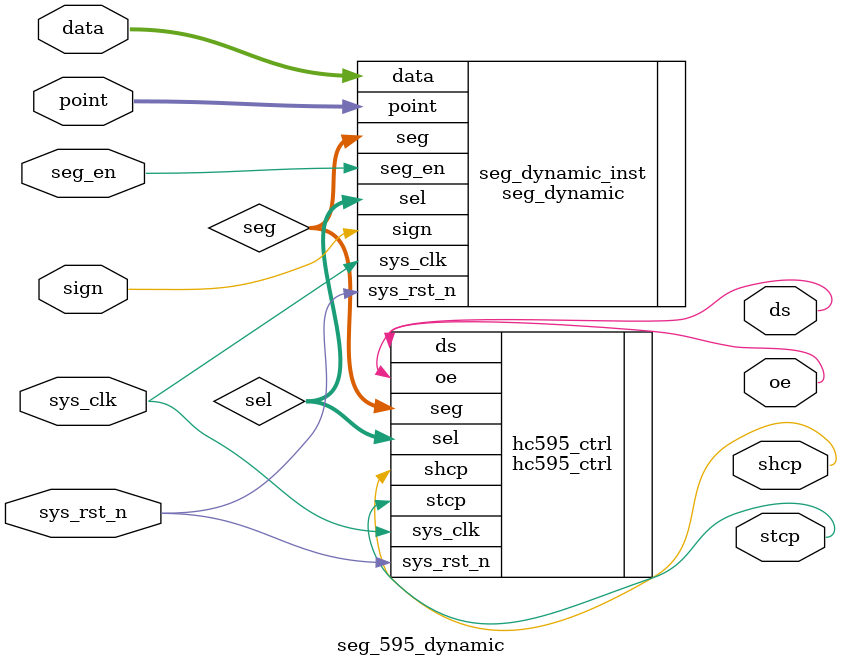
<source format=v>
module  seg_595_dynamic
(
    input   wire            sys_clk     ,
    input   wire            sys_rst_n   ,
    input   wire    [19:0]  data        ,
    input   wire    [5:0]   point       ,
    input   wire            sign        ,
    input   wire            seg_en      ,

    output  wire            ds          ,
    output  wire            oe          ,
    output  wire            shcp        ,
    output  wire            stcp
);

wire    [5:0]   sel ;
wire    [7:0]   seg ;


seg_dynamic seg_dynamic_inst
(
    .sys_clk     (sys_clk),
    .sys_rst_n   (sys_rst_n),
    .data        (data),
    .point       (point),
    .sign        (sign),
    .seg_en      (seg_en),

    .sel         (sel),
    .seg         (seg)
);

hc595_ctrl  hc595_ctrl
(
    .sys_clk     (sys_clk),
    .sys_rst_n   (sys_rst_n),
    .sel         (sel),
    .seg         (seg),

    .ds          (ds  ),
    .shcp        (shcp  ),
    .stcp        (stcp),
    .oe          (oe)
);

endmodule
</source>
